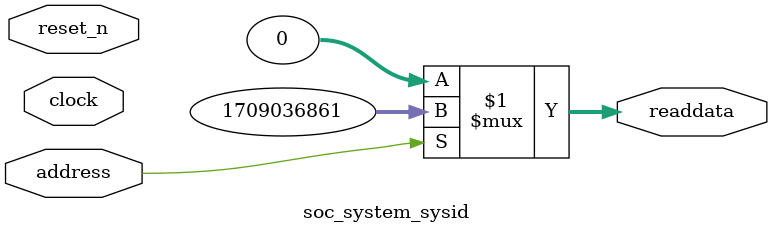
<source format=v>



// synthesis translate_off
`timescale 1ns / 1ps
// synthesis translate_on

// turn off superfluous verilog processor warnings 
// altera message_level Level1 
// altera message_off 10034 10035 10036 10037 10230 10240 10030 

module soc_system_sysid (
               // inputs:
                address,
                clock,
                reset_n,

               // outputs:
                readdata
             )
;

  output  [ 31: 0] readdata;
  input            address;
  input            clock;
  input            reset_n;

  wire    [ 31: 0] readdata;
  //control_slave, which is an e_avalon_slave
  assign readdata = address ? 1709036861 : 0;

endmodule




</source>
